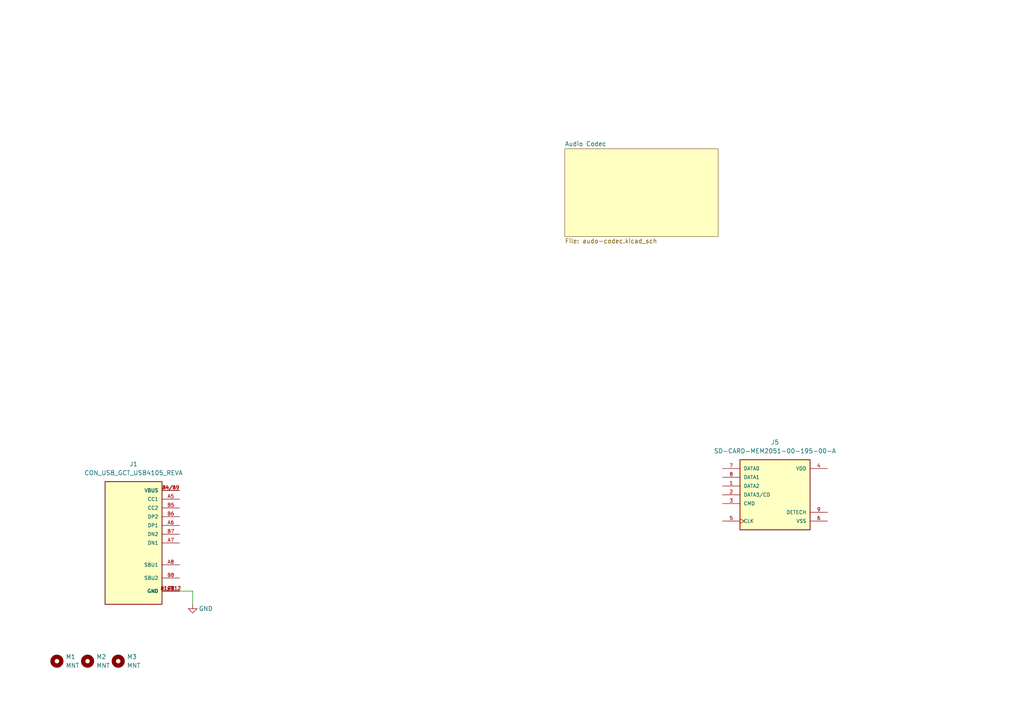
<source format=kicad_sch>
(kicad_sch (version 20211123) (generator eeschema)
  (paper "A4")
  (lib_symbols
    (symbol "1KiCadLib:CON_USB_GCT_USB4105_REVA" (pin_names (offset 1.016))
      (property "Reference" "J" (at -15.24 13.97 0))
      (property "Value" "CON_USB_GCT_USB4105_REVA" (at -12.7 -25.4 0))
      (symbol "CON_USB_GCT_USB4105_REVA_0_0"
        (rectangle (start -1.27 -22.86) (end 15.24 12.7) (stroke (width 0.254)) (fill (type background)))
        (pin power_in line (at 20.32 -19.05 180) (length 5.08) (name "GND") (number "A1/B12"))
        (pin power_in line (at 20.32 10.16 180) (length 5.08) (name "VBUS") (number "A4/B9"))
        (pin bidirectional line (at 20.32 7.62 180) (length 5.08) (name "CC1") (number "A5"))
        (pin bidirectional line (at 20.32 0 180) (length 5.08) (name "DP1") (number "A6"))
        (pin bidirectional line (at 20.32 -5.08 180) (length 5.08) (name "DN1") (number "A7"))
        (pin bidirectional line (at 20.32 -11.43 180) (length 5.08) (name "SBU1") (number "A8"))
        (pin power_in line (at 20.32 -19.05 180) (length 5.08) (name "GND") (number "B1/A12"))
        (pin power_in line (at 20.32 10.16 180) (length 5.08) (name "VBUS") (number "B4/A9"))
        (pin bidirectional line (at 20.32 5.08 180) (length 5.08) (name "CC2") (number "B5"))
        (pin bidirectional line (at 20.32 2.54 180) (length 5.08) (name "DP2") (number "B6"))
        (pin bidirectional line (at 20.32 -2.54 180) (length 5.08) (name "DN2") (number "B7"))
        (pin bidirectional line (at 20.32 -15.24 180) (length 5.08) (name "SBU2") (number "B8"))
        (pin power_in line (at 20.32 -19.05 180) (length 5.08) (name "GND") (number "G1"))
        (pin power_in line (at 20.32 -19.05 180) (length 5.08) (name "GND") (number "G2"))
        (pin power_in line (at 20.32 -19.05 180) (length 5.08) (name "GND") (number "G3"))
        (pin power_in line (at 20.32 -19.05 180) (length 5.08) (name "GND") (number "G4"))
      )
    )
    (symbol "1KiCadLib:SD-CARD-MEM2051-00-195-00-A" (pin_names (offset 1.016))
      (property "Reference" "J" (at -10.16 10.16 0))
      (property "Value" "SD-CARD-MEM2051-00-195-00-A" (at -10.16 -12.7 0))
      (symbol "SD-CARD-MEM2051-00-195-00-A_0_0"
        (rectangle (start -10.16 -10.16) (end 10.16 10.16) (stroke (width 0.254)) (fill (type background)))
        (pin bidirectional line (at -15.24 2.54 0) (length 5.08) (name "DATA2") (number "1"))
        (pin bidirectional line (at -15.24 0 0) (length 5.08) (name "DATA3/CD") (number "2"))
        (pin bidirectional line (at -15.24 -2.54 0) (length 5.08) (name "CMD") (number "3"))
        (pin power_in line (at 15.24 7.62 180) (length 5.08) (name "VDD") (number "4"))
        (pin bidirectional clock (at -15.24 -7.62 0) (length 5.08) (name "CLK") (number "5"))
        (pin power_in line (at 15.24 -7.62 180) (length 5.08) (name "VSS") (number "6"))
        (pin bidirectional line (at -15.24 7.62 0) (length 5.08) (name "DATA0") (number "7"))
        (pin bidirectional line (at -15.24 5.08 0) (length 5.08) (name "DATA1") (number "8"))
        (pin passive line (at 15.24 -5.08 180) (length 5.08) (name "DETECH") (number "9"))
      )
    )
    (symbol "Mechanical:MountingHole" (pin_names (offset 1.016))
      (property "Reference" "H" (at 0 5.08 0))
      (property "Value" "MountingHole" (at 0 3.175 0))
      (symbol "MountingHole_0_1"
        (circle (center 0 0) (radius 1.27) (stroke (width 1.27)))
      )
    )
    (symbol "power:GND" (power) (pin_names (offset 0))
      (property "Value" "GND" (at 0 -3.81 0))
      (symbol "GND_0_1"
        (polyline (pts (xy 0 0) (xy 0 -1.27) (xy 1.27 -1.27) (xy 0 -2.54) (xy -1.27 -1.27) (xy 0 -1.27)))
      )
      (symbol "GND_1_1"
        (pin power_in line (at 0 0 270) (length 0) hide (name "GND") (number "1"))
      )
    )
  )
  (wire (pts (xy 55.88 171.45) (xy 52.07 171.45)))
  (wire (pts (xy 55.88 175.26) (xy 55.88 171.45)))
  (symbol (lib_id "Mechanical:MountingHole") (at 34.29 191.77 0) (unit 1)
    (property "Reference" "M3" (at 36.83 190.4999 0) (effects (justify left)))
    (property "Value" "MNT" (at 36.83 193.0399 0) (effects (justify left)))
    (property "Footprint" "MountingHole:MountingHole_2.1mm" (effects hide))
  )
  (symbol (lib_id "1KiCadLib:CON_USB_GCT_USB4105_REVA") (at 31.75 152.4 0) (unit 1)
    (property "Reference" "J1" (at 38.735 134.62 0))
    (property "Value" "CON_USB_GCT_USB4105_REVA" (at 38.735 137.16 0))
    (property "Footprint" "1KiCadLib:CON_USB_GCT_USB4105_REVA" (effects hide))
    (property "MAXIMUM_PACKAGE_HEIGHT" "3.31 mm" (effects hide))
    (property "MANUFACTURER" "GCT" (effects hide))
    (property "PARTREV" "0.2" (effects hide))
    (property "STANDARD" "Manufacturer Recommendations" (effects hide))
  )
  (symbol (lib_id "power:GND") (at 55.88 175.26 0) (unit 1)
    (property "Reference" "#PWR0103" (effects hide))
    (property "Value" "GND" (at 59.69 176.53 0))
  )
  (symbol (lib_id "Mechanical:MountingHole") (at 25.4 191.77 0) (unit 1)
    (property "Reference" "M2" (at 27.94 190.4999 0) (effects (justify left)))
    (property "Value" "MNT" (at 27.94 193.0399 0) (effects (justify left)))
    (property "Footprint" "MountingHole:MountingHole_2.1mm" (effects hide))
  )
  (symbol (lib_id "Mechanical:MountingHole") (at 16.51 191.77 0) (unit 1)
    (property "Reference" "M1" (at 19.05 190.4999 0) (effects (justify left)))
    (property "Value" "MNT" (at 19.05 193.0399 0) (effects (justify left)))
    (property "Footprint" "MountingHole:MountingHole_2.1mm" (effects hide))
  )
  (symbol (lib_id "1KiCadLib:SD-CARD-MEM2051-00-195-00-A") (at 224.79 143.51 0) (unit 1)
    (property "Reference" "J5" (at 224.79 128.27 0))
    (property "Value" "SD-CARD-MEM2051-00-195-00-A" (at 224.79 130.81 0))
    (property "Footprint" "1KiCadLib:SD-CARD-MEM2051-00-195-00-A" (effects hide))
    (property "Datasheet" "https://www.mouser.fr/ProductDetail/GCT/MEM2051-00-195-00-A?qs=KUoIvG%2F9Ilat7yfJRNWXUQ%3D%3D" (effects hide))
    (property "Manufacturer" "GCT" (effects hide))
    (property "MPN" "MEM2051-00-195-00-A" (effects hide))
    (property "Mouser" "640-MEM20510019500A" (effects hide))
  )
  (sheet (at 163.83 43.18) (size 44.45 25.4) (stroke (width 0.1524) (color 128 77 0 1)) (fill (color 255 255 194 1.0000))
    (property "Sheet name" "Audio Codec" (at 163.83 42.4684 0) (effects (justify left bottom)))
    (property "Sheet file" "audo-codec.kicad_sch" (at 163.83 69.1646 0) (effects (justify left top)))
  )
)
</source>
